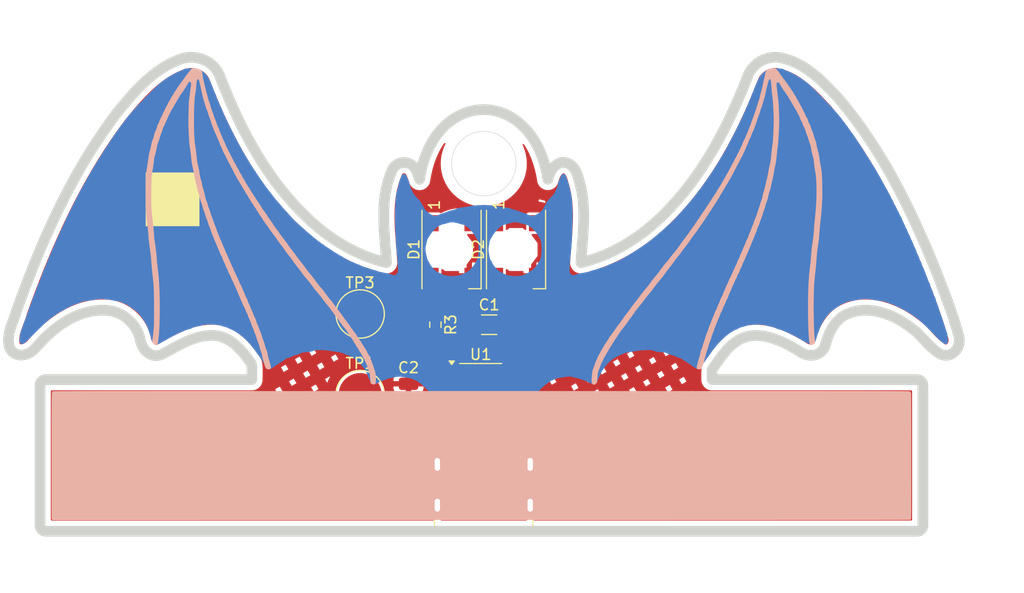
<source format=kicad_pcb>
(kicad_pcb (version 20240108) (generator "pcbnew") (generator_version "8.0")
  (layers (0 "F.Cu" signal) (31 "B.Cu" signal) (34 "B.Paste" user) (35 "F.Paste" user) (36 "B.SilkS" user "B.Silkscreen") (37 "F.SilkS" user "F.Silkscreen") (38 "B.Mask" user) (39 "F.Mask" user) (44 "Edge.Cuts" user))
  (net 0 "")
  (net 1 "GND")
  (net 2 "+5V")
  (net 3 "Net-(J1-CC1)")
  (net 4 "Net-(J1-CC2)")
  (net 9 "/PROG_DIO")
  (net 11 "Net-(D1-DOUT)")
  (net 12 "Net-(D1-DIN)")
  (net 13 "Net-(U1-PD6{slash}PA1)")
  (footprint "Graphics" (layer "F.Cu") (at 174.976 35.033 180)
    (property "Reference" "")
    (property "Value" "")
  )
  (footprint "Connector_USB:USB_C_Receptacle_HRO_TYPE-C-31-M-17" (layer "F.Cu") (at 125 81)
    (property "Reference" "J1")
    (property "Value" "USB_C_Receptacle_PowerOnly_6P")
  )
  (footprint "Package_SO:SOP-8_3.9x4.9mm_P1.27mm" (layer "F.Cu") (at 124.715 71.173)
    (property "Reference" "U1")
    (property "Value" "CH32V003JxMx")
  )
  (footprint "TestPoint:TestPoint_Pad_D4.0mm" (layer "F.Cu") (at 113.5 71.5)
    (property "Reference" "TP1")
    (property "Value" "TestPoint")
  )
  (footprint "Resistor_SMD:R_0603_1608Metric_Pad0.98x0.95mm_HandSolder" (layer "F.Cu") (at 120.5 65 -90)
    (property "Reference" "R3")
    (property "Value" "R_Small")
  )
  (footprint "TestPoint:TestPoint_Pad_D4.0mm" (layer "F.Cu") (at 113.5 64)
    (property "Reference" "TP3")
    (property "Value" "TestPoint")
  )
  (footprint "Resistor_SMD:R_0603_1608Metric_Pad0.98x0.95mm_HandSolder" (layer "F.Cu") (at 117 80.5 -90)
    (property "Reference" "R2")
    (property "Value" "5.1k")
  )
  (footprint "Resistor_SMD:R_0603_1608Metric_Pad0.98x0.95mm_HandSolder" (layer "F.Cu") (at 133 80.5 -90)
    (property "Reference" "R1")
    (property "Value" "5.1k")
  )
  (footprint "Capacitor_SMD:C_1206_3216Metric" (layer "F.Cu") (at 125.5 65)
    (property "Reference" "C1")
    (property "Value" "22u")
  )
  (footprint "TestPoint:TestPoint_Pad_D4.0mm" (layer "F.Cu") (at 113.5 78.5)
    (property "Reference" "TP2")
    (property "Value" "TestPoint")
  )
  (footprint "footprints:LED_WS2812B_PLCC4_5.0x5.0mm_P3.2mm_Flipped" (layer "F.Cu") (at 128 58 90)
    (property "Reference" "D2")
    (property "Value" "WS2812B")
  )
  (footprint "footprints:LED_WS2812B_PLCC4_5.0x5.0mm_P3.2mm_Flipped" (layer "F.Cu") (at 122 58 90)
    (property "Reference" "D1")
    (property "Value" "WS2812B")
  )
  (footprint "Capacitor_SMD:C_1206_3216Metric" (layer "F.Cu") (at 118 71.975001 90)
    (property "Reference" "C2")
    (property "Value" "22u")
  )
  (footprint "Graphics" (layer "B.Cu") (at 174.976 35.033 180)
    (property "Reference" "")
    (property "Value" "")
  )
  (footprint "Graphics" (layer "B.Cu") (at 174.976 35.033 180)
    (property "Reference" "")
    (property "Value" "")
  )
  (footprint "Graphics" (layer "B.Cu") (at 175.014 35.035 180)
    (property "Reference" "")
    (property "Value" "")
  )
  (footprint "Graphics" (layer "B.Cu") (at 175.014 35.035 180)
    (property "Reference" "")
    (property "Value" "")
  )
  (footprint "Graphics" (layer "B.Cu") (at 175.014 35.035 180)
    (property "Reference" "")
    (property "Value" "")
  )
  (footprint "Graphics" (layer "B.Cu") (at 174.976 35.033 180)
    (property "Reference" "")
    (property "Value" "")
  )
  (gr_rect (start 93.552 50.827) (end 98.552 55.827) (fill solid) (layer "F.SilkS"))
  (gr_poly (pts (xy 152.141 40.1) (xy 152.367 40.112) (xy 152.584 40.141) (xy 152.912 40.214) (xy 153.236 40.307) (xy 153.554 40.417) (xy 153.727 40.485) (xy 154.053 40.63) (xy 154.37 40.791) (xy 154.679 40.968) (xy 154.98 41.158) (xy 155.152 41.275) (xy 155.497 41.528) (xy 155.832 41.795) (xy 156.157 42.074) (xy 156.473 42.363) (xy 156.642 42.523) (xy 157.071 42.949) (xy 157.489 43.385) (xy 157.902 43.827) (xy 157.965 43.894) (xy 158.062 44.006) (xy 158.089 44.038) (xy 158.634 44.696) (xy 159.083 45.263) (xy 159.617 45.967) (xy 160.108 46.643) (xy 160.632 47.397) (xy 161.14 48.162) (xy 161.146 48.171) (xy 161.659 48.98) (xy 162.157 49.799) (xy 162.407 50.226) (xy 162.914 51.118) (xy 163.405 52.019) (xy 163.88 52.929) (xy 164.211 53.584) (xy 164.723 54.633) (xy 165.217 55.689) (xy 165.697 56.752) (xy 166.164 57.821) (xy 166.526 58.677) (xy 166.955 59.715) (xy 167.03 59.907) (xy 167.036 59.924) (xy 167.037 59.925) (xy 167.444 60.974) (xy 167.847 62.025) (xy 168.147 62.832) (xy 168.398 63.535) (xy 168.639 64.242) (xy 168.867 64.953) (xy 169.079 65.669) (xy 169.161 65.965) (xy 169.189 66.055) (xy 169.189 66.056) (xy 169.224 66.216) (xy 169.24 66.38) (xy 169.238 66.544) (xy 169.218 66.708) (xy 169.18 66.868) (xy 169.126 67.023) (xy 169.056 67.172) (xy 168.989 67.282) (xy 168.898 67.404) (xy 168.794 67.515) (xy 168.679 67.614) (xy 168.552 67.697) (xy 168.531 67.709) (xy 168.397 67.771) (xy 168.257 67.815) (xy 168.112 67.841) (xy 167.987 67.848) (xy 167.84 67.838) (xy 167.695 67.81) (xy 167.554 67.765) (xy 167.443 67.716) (xy 167.354 67.665) (xy 167.124 67.51) (xy 166.905 67.342) (xy 166.695 67.161) (xy 166.572 67.048) (xy 166.306 66.784) (xy 166.048 66.512) (xy 165.792 66.236) (xy 165.697 66.135) (xy 165.5 65.93) (xy 165.296 65.731) (xy 165.083 65.543) (xy 165.009 65.482) (xy 164.798 65.326) (xy 164.773 65.309) (xy 164.652 65.217) (xy 164.648 65.214) (xy 164.32 64.976) (xy 163.981 64.753) (xy 163.632 64.547) (xy 163.273 64.357) (xy 163.253 64.347) (xy 162.936 64.199) (xy 162.613 64.066) (xy 162.284 63.949) (xy 161.95 63.849) (xy 161.652 63.776) (xy 161.36 63.72) (xy 161.065 63.679) (xy 160.768 63.655) (xy 160.471 63.649) (xy 160.202 63.66) (xy 159.926 63.688) (xy 159.651 63.734) (xy 159.381 63.798) (xy 159.115 63.881) (xy 158.997 63.924) (xy 158.75 64.029) (xy 158.632 64.087) (xy 158.438 64.198) (xy 158.254 64.325) (xy 158.081 64.466) (xy 157.954 64.586) (xy 157.787 64.767) (xy 157.634 64.959) (xy 157.494 65.162) (xy 157.366 65.373) (xy 157.274 65.543) (xy 157.137 65.83) (xy 157.016 66.125) (xy 156.91 66.425) (xy 156.865 66.565) (xy 156.769 66.9) (xy 156.713 67.055) (xy 156.64 67.202) (xy 156.617 67.24) (xy 156.527 67.367) (xy 156.423 67.481) (xy 156.305 67.582) (xy 156.217 67.642) (xy 156.08 67.717) (xy 155.935 67.775) (xy 155.784 67.816) (xy 155.635 67.839) (xy 155.459 67.848) (xy 155.283 67.839) (xy 155.108 67.811) (xy 154.937 67.768) (xy 154.845 67.737) (xy 154.668 67.664) (xy 154.5 67.574) (xy 154.341 67.468) (xy 154.29 67.429) (xy 153.935 67.221) (xy 153.933 67.22) (xy 153.926 67.215) (xy 153.923 67.214) (xy 153.549 67.005) (xy 153.169 66.807) (xy 152.782 66.621) (xy 152.467 66.484) (xy 152.167 66.367) (xy 151.863 66.261) (xy 151.554 66.171) (xy 151.24 66.097) (xy 151.15 66.079) (xy 150.889 66.038) (xy 150.625 66.011) (xy 150.36 66.001) (xy 150.095 66.01) (xy 150.015 66.016) (xy 149.763 66.048) (xy 149.514 66.098) (xy 149.269 66.167) (xy 149.108 66.223) (xy 148.878 66.33) (xy 148.655 66.454) (xy 148.442 66.592) (xy 148.27 66.72) (xy 148.046 66.907) (xy 147.834 67.107) (xy 147.632 67.318) (xy 147.44 67.538) (xy 147.312 67.693) (xy 147.039 68.046) (xy 146.777 68.407) (xy 146.52 68.773) (xy 146.421 68.915) (xy 146.255 69.153) (xy 146.241 69.374) (xy 146.238 69.505) (xy 146.237 69.91) (xy 146.237 69.915) (xy 146.237 69.925) (xy 146.239 70.057) (xy 146.239 70.062) (xy 146.239 70.072) (xy 146.24 70.111) (xy 165.313 70.111) (xy 165.409 70.12) (xy 165.5 70.146) (xy 165.586 70.187) (xy 165.662 70.243) (xy 165.727 70.311) (xy 165.779 70.39) (xy 165.816 70.477) (xy 165.837 70.569) (xy 165.843 70.655) (xy 165.842 70.674) (xy 165.842 83.699) (xy 165.833 83.795) (xy 165.808 83.886) (xy 165.767 83.971) (xy 165.711 84.047) (xy 165.643 84.113) (xy 165.564 84.165) (xy 165.477 84.202) (xy 165.385 84.223) (xy 165.299 84.228) (xy 165.28 84.228) (xy 84.255 84.228) (xy 84.159 84.219) (xy 84.068 84.193) (xy 83.982 84.152) (xy 83.906 84.097) (xy 83.841 84.028) (xy 83.789 83.949) (xy 83.752 83.862) (xy 83.73 83.77) (xy 83.725 83.685) (xy 83.726 83.666) (xy 83.726 70.641) (xy 83.734 70.544) (xy 83.76 70.453) (xy 83.801 70.368) (xy 83.857 70.292) (xy 83.925 70.227) (xy 84.004 70.175) (xy 84.091 70.138) (xy 84.183 70.116) (xy 84.269 70.111) (xy 84.288 70.111) (xy 103.418 70.111) (xy 103.431 69.67) (xy 103.431 69.234) (xy 103.422 68.995) (xy 103.402 68.774) (xy 103.384 68.663) (xy 103.377 68.635) (xy 103.156 68.309) (xy 102.923 67.99) (xy 102.678 67.681) (xy 102.511 67.485) (xy 102.304 67.262) (xy 102.087 67.048) (xy 101.86 66.845) (xy 101.645 66.675) (xy 101.448 66.536) (xy 101.243 66.409) (xy 101.03 66.296) (xy 100.809 66.198) (xy 100.649 66.139) (xy 100.429 66.075) (xy 100.204 66.029) (xy 99.976 66.002) (xy 99.841 65.995) (xy 99.64 65.997) (xy 99.629 65.997) (xy 99.339 66.011) (xy 99.051 66.043) (xy 98.765 66.093) (xy 98.513 66.151) (xy 98.187 66.243) (xy 97.867 66.352) (xy 97.552 66.475) (xy 97.242 66.611) (xy 97.002 66.723) (xy 96.541 66.955) (xy 96.451 67.002) (xy 96.447 67.005) (xy 96.438 67.009) (xy 96.438 67.01) (xy 96.312 67.077) (xy 96.307 67.079) (xy 96.298 67.084) (xy 95.636 67.447) (xy 95.119 67.731) (xy 94.983 67.791) (xy 94.904 67.817) (xy 94.755 67.854) (xy 94.603 67.873) (xy 94.45 67.873) (xy 94.345 67.862) (xy 94.195 67.83) (xy 94.05 67.78) (xy 93.912 67.714) (xy 93.805 67.648) (xy 93.671 67.545) (xy 93.55 67.428) (xy 93.44 67.299) (xy 93.343 67.161) (xy 93.281 67.057) (xy 93.189 66.873) (xy 93.116 66.681) (xy 93.061 66.482) (xy 93.042 66.39) (xy 93.029 66.313) (xy 92.96 66.068) (xy 92.872 65.828) (xy 92.767 65.596) (xy 92.645 65.373) (xy 92.507 65.158) (xy 92.478 65.117) (xy 92.32 64.912) (xy 92.148 64.72) (xy 91.962 64.539) (xy 91.764 64.373) (xy 91.555 64.221) (xy 91.335 64.086) (xy 91.105 63.966) (xy 90.976 63.909) (xy 90.747 63.822) (xy 90.511 63.753) (xy 90.272 63.701) (xy 90.029 63.669) (xy 89.871 63.658) (xy 89.716 63.654) (xy 89.386 63.652) (xy 89.332 63.654) (xy 89.33 63.654) (xy 89.321 63.654) (xy 89.319 63.654) (xy 88.989 63.677) (xy 88.662 63.718) (xy 88.337 63.778) (xy 88.016 63.855) (xy 87.97 63.868) (xy 87.632 63.972) (xy 87.299 64.095) (xy 86.973 64.234) (xy 86.653 64.388) (xy 86.341 64.557) (xy 86.188 64.646) (xy 85.834 64.869) (xy 85.49 65.107) (xy 85.157 65.359) (xy 84.834 65.625) (xy 84.769 65.681) (xy 84.41 66.004) (xy 84.065 66.342) (xy 83.733 66.692) (xy 83.414 67.053) (xy 83.411 67.056) (xy 83.284 67.202) (xy 83.144 67.336) (xy 82.992 67.457) (xy 82.972 67.471) (xy 82.816 67.573) (xy 82.652 67.66) (xy 82.481 67.732) (xy 82.37 67.768) (xy 82.221 67.803) (xy 82.07 67.824) (xy 81.918 67.827) (xy 81.767 67.812) (xy 81.624 67.78) (xy 81.487 67.73) (xy 81.358 67.663) (xy 81.277 67.608) (xy 81.165 67.514) (xy 81.065 67.406) (xy 80.979 67.287) (xy 80.919 67.185) (xy 80.892 67.125) (xy 80.867 67.061) (xy 80.826 66.876) (xy 80.817 66.816) (xy 80.793 66.596) (xy 80.788 66.376) (xy 80.8 66.155) (xy 80.816 66.012) (xy 80.86 65.759) (xy 80.921 65.509) (xy 80.994 65.263) (xy 81.077 65.02) (xy 81.111 64.925) (xy 81.249 64.56) (xy 81.386 64.194) (xy 81.425 64.082) (xy 81.507 63.821) (xy 81.537 63.707) (xy 81.567 63.618) (xy 82.009 62.399) (xy 82.465 61.185) (xy 82.935 59.976) (xy 83.42 58.773) (xy 83.923 57.577) (xy 83.952 57.508) (xy 84.432 56.415) (xy 84.928 55.329) (xy 85.097 54.971) (xy 85.574 53.983) (xy 86.068 53.003) (xy 86.578 52.031) (xy 86.628 51.938) (xy 87.132 51.023) (xy 87.652 50.117) (xy 87.749 49.953) (xy 88.265 49.098) (xy 88.798 48.253) (xy 88.937 48.038) (xy 89.48 47.225) (xy 89.861 46.673) (xy 90.412 45.904) (xy 90.719 45.49) (xy 90.934 45.206) (xy 91.361 44.688) (xy 91.792 44.174) (xy 92.233 43.668) (xy 92.503 43.37) (xy 92.838 43.014) (xy 93.182 42.668) (xy 93.537 42.331) (xy 93.902 42.007) (xy 94.141 41.808) (xy 94.465 41.555) (xy 94.798 41.314) (xy 95.141 41.086) (xy 95.493 40.874) (xy 95.767 40.724) (xy 96.123 40.548) (xy 96.488 40.388) (xy 96.646 40.326) (xy 96.867 40.244) (xy 97.095 40.181) (xy 97.327 40.135) (xy 97.562 40.109) (xy 97.798 40.101) (xy 97.855 40.102) (xy 98.091 40.117) (xy 98.326 40.15) (xy 98.557 40.201) (xy 98.784 40.27) (xy 99.004 40.357) (xy 99.216 40.462) (xy 99.341 40.534) (xy 99.528 40.659) (xy 99.704 40.798) (xy 99.867 40.952) (xy 100.017 41.119) (xy 100.089 41.21) (xy 100.215 41.395) (xy 100.325 41.59) (xy 100.418 41.795) (xy 100.439 41.848) (xy 100.839 42.864) (xy 100.873 42.948) (xy 100.876 42.955) (xy 100.879 42.962) (xy 101.263 43.884) (xy 101.665 44.799) (xy 101.711 44.901) (xy 101.713 44.907) (xy 101.717 44.916) (xy 102.092 45.722) (xy 102.482 46.522) (xy 102.889 47.313) (xy 103.06 47.634) (xy 103.481 48.394) (xy 103.515 48.453) (xy 103.517 48.457) (xy 103.522 48.465) (xy 103.522 48.466) (xy 103.929 49.159) (xy 104.351 49.842) (xy 104.613 50.249) (xy 105.045 50.889) (xy 105.439 51.446) (xy 105.794 51.924) (xy 105.798 51.93) (xy 105.803 51.937) (xy 105.873 52.029) (xy 105.878 52.035) (xy 105.883 52.041) (xy 105.913 52.081) (xy 105.917 52.086) (xy 105.923 52.093) (xy 105.993 52.185) (xy 105.998 52.191) (xy 106.003 52.197) (xy 106.36 52.647) (xy 106.365 52.653) (xy 106.37 52.66) (xy 106.813 53.19) (xy 107.269 53.709) (xy 107.739 54.214) (xy 108.067 54.551) (xy 108.072 54.555) (xy 108.078 54.562) (xy 108.559 55.031) (xy 109.053 55.487) (xy 109.166 55.587) (xy 109.171 55.592) (xy 109.178 55.598) (xy 109.599 55.959) (xy 109.798 56.123) (xy 109.8 56.125) (xy 109.807 56.13) (xy 109.809 56.132) (xy 110.087 56.351) (xy 110.091 56.355) (xy 110.099 56.361) (xy 110.185 56.427) (xy 110.187 56.429) (xy 110.194 56.434) (xy 110.196 56.435) (xy 110.653 56.772) (xy 111.121 57.093) (xy 111.6 57.398) (xy 112.089 57.687) (xy 112.503 57.913) (xy 113.002 58.167) (xy 113.054 58.192) (xy 113.056 58.193) (xy 113.065 58.197) (xy 113.066 58.198) (xy 113.562 58.424) (xy 113.798 58.525) (xy 113.801 58.526) (xy 113.809 58.53) (xy 113.811 58.53) (xy 114.278 58.714) (xy 114.751 58.882) (xy 115.23 59.032) (xy 115.714 59.164) (xy 115.95 59.221) (xy 115.898 58.424) (xy 115.836 57.628) (xy 115.794 57.084) (xy 115.756 56.544) (xy 115.724 56.002) (xy 115.702 55.46) (xy 115.693 54.918) (xy 115.7 54.376) (xy 115.705 54.244) (xy 115.729 53.802) (xy 115.768 53.362) (xy 115.823 52.924) (xy 115.891 52.52) (xy 115.974 52.126) (xy 116.074 51.737) (xy 116.192 51.352) (xy 116.319 50.994) (xy 116.448 50.677) (xy 116.507 50.541) (xy 116.583 50.412) (xy 116.673 50.295) (xy 116.757 50.209) (xy 116.872 50.116) (xy 116.999 50.038) (xy 117.134 49.976) (xy 117.276 49.932) (xy 117.295 49.928) (xy 117.447 49.903) (xy 117.602 49.898) (xy 117.756 49.911) (xy 117.907 49.943) (xy 118.053 49.993) (xy 118.123 50.024) (xy 118.257 50.098) (xy 118.38 50.189) (xy 118.491 50.294) (xy 118.588 50.411) (xy 118.611 50.445) (xy 118.689 50.576) (xy 118.749 50.716) (xy 118.769 50.776) (xy 118.865 51.004) (xy 118.948 51.237) (xy 119.023 51.468) (xy 119.105 50.993) (xy 119.149 50.777) (xy 119.253 50.334) (xy 119.301 50.152) (xy 119.426 49.732) (xy 119.508 49.489) (xy 119.656 49.095) (xy 119.743 48.887) (xy 119.912 48.519) (xy 120.023 48.301) (xy 120.212 47.961) (xy 120.336 47.759) (xy 120.542 47.451) (xy 120.676 47.268) (xy 120.9 46.988) (xy 121.102 46.76) (xy 121.347 46.509) (xy 121.506 46.361) (xy 121.762 46.144) (xy 121.983 45.975) (xy 122.255 45.79) (xy 122.537 45.621) (xy 122.558 45.609) (xy 122.845 45.462) (xy 123.14 45.333) (xy 123.162 45.324) (xy 123.459 45.217) (xy 123.763 45.128) (xy 123.779 45.124) (xy 124.083 45.057) (xy 124.39 45.009) (xy 124.45 45.002) (xy 124.76 44.978) (xy 125.071 44.973) (xy 125.188 44.977) (xy 125.5 45) (xy 125.809 45.042) (xy 125.87 45.053) (xy 126.174 45.119) (xy 126.474 45.203) (xy 126.533 45.222) (xy 126.833 45.332) (xy 127.126 45.46) (xy 127.141 45.467) (xy 127.431 45.616) (xy 127.71 45.782) (xy 127.728 45.794) (xy 128.002 45.981) (xy 128.23 46.156) (xy 128.493 46.38) (xy 128.698 46.574) (xy 128.942 46.831) (xy 129.136 47.057) (xy 129.362 47.347) (xy 129.54 47.6) (xy 129.746 47.924) (xy 129.865 48.13) (xy 130.053 48.486) (xy 130.151 48.691) (xy 130.316 49.071) (xy 130.41 49.31) (xy 130.553 49.722) (xy 130.617 49.928) (xy 130.737 50.36) (xy 130.775 50.515) (xy 130.874 50.969) (xy 130.917 51.206) (xy 130.959 51.461) (xy 131.021 51.26) (xy 131.089 51.061) (xy 131.169 50.866) (xy 131.247 50.707) (xy 131.337 50.557) (xy 131.439 50.415) (xy 131.555 50.284) (xy 131.627 50.216) (xy 131.764 50.106) (xy 131.913 50.012) (xy 132.071 49.935) (xy 132.107 49.92) (xy 132.198 49.892) (xy 132.295 49.881) (xy 132.449 49.886) (xy 132.601 49.908) (xy 132.75 49.948) (xy 132.841 49.982) (xy 132.978 50.051) (xy 133.106 50.135) (xy 133.223 50.235) (xy 133.289 50.302) (xy 133.396 50.432) (xy 133.49 50.573) (xy 133.57 50.722) (xy 133.639 50.876) (xy 133.641 50.879) (xy 133.724 51.105) (xy 133.794 51.335) (xy 133.857 51.567) (xy 133.866 51.599) (xy 133.929 51.828) (xy 133.959 51.926) (xy 134 52.084) (xy 134.002 52.092) (xy 134.092 52.512) (xy 134.165 52.935) (xy 134.22 53.361) (xy 134.259 53.789) (xy 134.263 53.837) (xy 134.289 54.34) (xy 134.297 54.844) (xy 134.291 55.348) (xy 134.273 55.851) (xy 134.256 56.174) (xy 134.201 56.973) (xy 134.138 57.772) (xy 134.077 58.571) (xy 134.051 58.958) (xy 134.036 59.221) (xy 134.528 59.096) (xy 135.015 58.953) (xy 135.497 58.792) (xy 135.972 58.613) (xy 136.441 58.418) (xy 136.483 58.4) (xy 136.977 58.171) (xy 137.463 57.925) (xy 137.941 57.662) (xy 138.337 57.428) (xy 138.339 57.427) (xy 138.347 57.422) (xy 138.349 57.421) (xy 138.839 57.11) (xy 139.318 56.783) (xy 139.786 56.44) (xy 140.243 56.082) (xy 140.689 55.711) (xy 140.876 55.548) (xy 141.331 55.133) (xy 141.723 54.754) (xy 142.21 54.259) (xy 142.683 53.751) (xy 143.037 53.352) (xy 143.502 52.802) (xy 143.951 52.24) (xy 144.386 51.667) (xy 144.424 51.615) (xy 144.869 50.993) (xy 145.299 50.36) (xy 145.707 49.727) (xy 145.711 49.721) (xy 145.714 49.715) (xy 146.026 49.209) (xy 146.028 49.205) (xy 146.033 49.197) (xy 146.034 49.196) (xy 146.333 48.692) (xy 146.335 48.688) (xy 146.34 48.679) (xy 146.762 47.934) (xy 147.167 47.181) (xy 147.556 46.419) (xy 147.8 45.921) (xy 147.803 45.915) (xy 147.807 45.907) (xy 148.162 45.155) (xy 148.165 45.149) (xy 148.168 45.141) (xy 148.363 44.715) (xy 148.366 44.708) (xy 148.369 44.701) (xy 148.559 44.273) (xy 148.562 44.266) (xy 148.566 44.258) (xy 148.961 43.335) (xy 149.34 42.406) (xy 149.397 42.264) (xy 149.573 41.815) (xy 149.577 41.805) (xy 149.579 41.799) (xy 149.621 41.693) (xy 149.649 41.632) (xy 149.76 41.43) (xy 149.887 41.239) (xy 150.03 41.058) (xy 150.188 40.891) (xy 150.325 40.766) (xy 150.509 40.622) (xy 150.704 40.494) (xy 150.909 40.383) (xy 151.123 40.289) (xy 151.344 40.213) (xy 151.456 40.183) (xy 151.683 40.136) (xy 151.913 40.108) (xy 152.141 40.1)) (stroke (width 1)) (fill none) (layer "Edge.Cuts"))
  (gr_circle (center 125 50) (end 128 50) (stroke (width 0.05)) (fill none) (layer "Edge.Cuts"))
  (segment (start 128.085786 74.75) (end 127.547766 74.75) (width 0.2) (layer "F.Cu") (net 2))
  (segment (start 122.09 73.078) (end 118.372002 73.078) (width 0.2) (layer "F.Cu") (net 2))
  (segment (start 126.52 75.777766) (end 126.52 77.82) (width 0.2) (layer "F.Cu") (net 2))
  (segment (start 123.78 74.768) (end 123.78 76.72) (width 0.2) (layer "F.Cu") (net 2))
  (segment (start 126.35 55.55) (end 125.933243 55.133243) (width 0.2) (layer "F.Cu") (net 2))
  (segment (start 122.09 73.078) (end 115.078 73.078) (width 0.2) (layer "F.Cu") (net 2))
  (segment (start 128.792893 68.042893) (end 128.957107 68.207107) (width 0.2) (layer "F.Cu") (net 2))
  (segment (start 123.78 76.72) (end 126.22 76.72) (width 0.2) (layer "F.Cu") (net 2))
  (segment (start 115.078 73.078) (end 113.5 71.5) (width 0.2) (layer "F.Cu") (net 2))
  (segment (start 123.48 77.02) (end 123.78 76.72) (width 0.2) (layer "F.Cu") (net 2))
  (segment (start 126.22 76.72) (end 126.52 77.02) (width 0.2) (layer "F.Cu") (net 2))
  (segment (start 120.414214 65) (end 124.025 65) (width 0.2) (layer "F.Cu") (net 2))
  (segment (start 126.52 77.02) (end 126.52 77.82) (width 0.2) (layer "F.Cu") (net 2))
  (segment (start 118.372002 73.078) (end 118 73.450002) (width 0.2) (layer "F.Cu") (net 2))
  (segment (start 125.664214 67.75) (end 128.085786 67.75) (width 0.2) (layer "F.Cu") (net 2))
  (segment (start 124.317893 66.817893) (end 124.957107 67.457107) (width 0.2) (layer "F.Cu") (net 2))
  (segment (start 122.884919 54.5) (end 124.40446 54.5) (width 0.2) (layer "F.Cu") (net 2))
  (segment (start 126.840659 75.042893) (end 126.812893 75.070659) (width 0.2) (layer "F.Cu") (net 2))
  (segment (start 124.025 65) (end 124.025 66.110786) (width 0.2) (layer "F.Cu") (net 2))
  (segment (start 119 58.809191) (end 119 62.999983) (width 0.2) (layer "F.Cu") (net 2))
  (segment (start 128.957107 74.292893) (end 128.792893 74.457107) (width 0.2) (layer "F.Cu") (net 2))
  (segment (start 122.09 73.078) (end 123.78 74.768) (width 0.2) (layer "F.Cu") (net 2))
  (segment (start 123.48 77.82) (end 123.48 77.02) (width 0.2) (layer "F.Cu") (net 2))
  (segment (start 129.25 68.914214) (end 129.25 73.585786) (width 0.2) (layer "F.Cu") (net 2))
  (arc (start 125.664214 67.75) (mid 125.281531 67.67388) (end 124.957107 67.457107) (width 0.2) (layer "F.Cu") (net 2))
  (arc (start 128.957107 68.207107) (mid 129.17388 68.53153) (end 129.25 68.914214) (width 0.2) (layer "F.Cu") (net 2))
  (arc (start 119.707107 64.707107) (mid 119.183774 63.923878) (end 119 62.999983) (width 0.2) (layer "F.Cu") (net 2))
  (arc (start 119 58.809191) (mid 119.350854 57.045328) (end 120.35 55.55) (width 0.2) (layer "F.Cu") (net 2))
  (arc (start 124.317893 66.817893) (mid 124.10112 66.49347) (end 124.025 66.110786) (width 0.2) (layer "F.Cu") (net 2))
  (arc (start 125.933243 55.133243) (mid 125.231831 54.664575) (end 124.40446 54.5) (width 0.2) (layer "F.Cu") (net 2))
  (arc (start 126.840659 75.042893) (mid 127.165082 74.82612) (end 127.547766 74.75) (width 0.2) (layer "F.Cu") (net 2))
  (arc (start 128.792893 68.042893) (mid 128.46847 67.82612) (end 128.085786 67.75) (width 0.2) (layer "F.Cu") (net 2))
  (arc (start 119.707107 64.707107) (mid 120.03153 64.92388) (end 120.414214 65) (width 0.2) (layer "F.Cu") (net 2))
  (arc (start 122.884919 54.5) (mid 121.513031 54.772885) (end 120.35 55.55) (width 0.2) (layer "F.Cu") (net 2))
  (arc (start 126.812893 75.070659) (mid 126.59612 75.395082) (end 126.52 75.777766) (width 0.2) (layer "F.Cu") (net 2))
  (arc (start 129.25 73.585786) (mid 129.17388 73.968469) (end 128.957107 74.292893) (width 0.2) (layer "F.Cu") (net 2))
  (arc (start 128.085786 74.75) (mid 128.468469 74.67388) (end 128.792893 74.457107) (width 0.2) (layer "F.Cu") (net 2))
  (segment (start 123.5325 79.5875) (end 124.5 78.62) (width 0.2) (layer "F.Cu") (net 3))
  (segment (start 117 79.5875) (end 123.5325 79.5875) (width 0.2) (layer "F.Cu") (net 3))
  (segment (start 124.5 78.62) (end 124.5 77.82) (width 0.2) (layer "F.Cu") (net 3))
  (segment (start 126.4675 79.5875) (end 125.5 78.62) (width 0.2) (layer "F.Cu") (net 4))
  (segment (start 133 79.5875) (end 126.4675 79.5875) (width 0.2) (layer "F.Cu") (net 4))
  (segment (start 125.5 78.62) (end 125.5 77.82) (width 0.2) (layer "F.Cu") (net 4))
  (segment (start 118.186001 68.686001) (end 113.5 64) (width 0.2) (layer "F.Cu") (net 9))
  (segment (start 125.89147 69.868) (end 121.039599 69.868) (width 0.2) (layer "F.Cu") (net 9))
  (arc (start 118.186001 68.686001) (mid 119.495243 69.560808) (end 121.039599 69.868) (width 0.2) (layer "F.Cu") (net 9))
  (arc (start 127.34 69.268) (mid 126.675409 69.712066) (end 125.89147 69.868) (width 0.2) (layer "F.Cu") (net 9))
  (segment (start 123.65 55.55) (end 124.315609 56.215609) (width 0.2) (layer "F.Cu") (net 11))
  (segment (start 125.871264 59.971264) (end 126.35 60.45) (width 0.2) (layer "F.Cu") (net 11))
  (arc (start 124.315609 56.215609) (mid 124.822133 56.973675) (end 125 57.867875) (width 0.2) (layer "F.Cu") (net 11))
  (arc (start 125 57.867875) (mid 125.226434 59.006209) (end 125.871264 59.971264) (width 0.2) (layer "F.Cu") (net 11))
  (segment (start 120.5 64.0875) (end 120.5 60.6) (width 0.2) (layer "F.Cu") (net 12))
  (segment (start 120.5 60.6) (end 120.35 60.45) (width 0.2) (layer "F.Cu") (net 12))
  (segment (start 120.5 67.678) (end 122.09 69.268) (width 0.2) (layer "F.Cu") (net 13))
  (segment (start 120.5 65.9125) (end 120.5 67.678) (width 0.2) (layer "F.Cu") (net 13))
  (zone (net 1) (net_name "GND") (layer "F.Cu") (connect_pads (clearance 0.25)) (min_thickness 0.15) (fill yes (mode hatch) (thermal_gap 0.5) (thermal_bridge_width 0.5) (island_removal_mode 2) (island_area_min 10) (hatch_thickness 1) (hatch_gap 0.5) (hatch_orientation 30) (hatch_border_algorithm hatch_thickness) (hatch_min_hole_area 0.3))
    (polygon (pts (xy 80 90) (xy 170 90) (xy 170 40) (xy 80 40)))
  )
)
</source>
